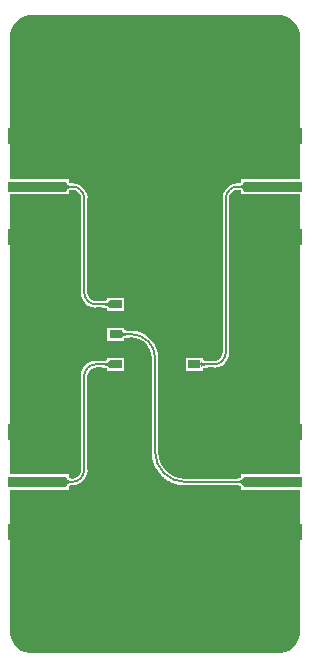
<source format=gtl>
G04*
G04 #@! TF.GenerationSoftware,Altium Limited,Altium Designer,25.6.2 (33)*
G04*
G04 Layer_Physical_Order=1*
G04 Layer_Color=255*
%FSLAX44Y44*%
%MOMM*%
G71*
G04*
G04 #@! TF.SameCoordinates,406FDB3A-8374-4AAD-B88D-9ED9193208D5*
G04*
G04*
G04 #@! TF.FilePolarity,Positive*
G04*
G01*
G75*
%ADD12R,5.0000X1.4000*%
%ADD13R,5.0000X0.9000*%
%ADD14R,1.0604X0.7120*%
%ADD19C,0.1441*%
%ADD20C,0.4500*%
G36*
X230000Y542451D02*
X231719D01*
X235090Y541781D01*
X238266Y540465D01*
X241124Y538555D01*
X243555Y536124D01*
X245465Y533266D01*
X246780Y530090D01*
X247451Y526719D01*
X247451Y525000D01*
Y404000D01*
X200188D01*
X200174Y404004D01*
X200145Y404000D01*
X200074D01*
X200030Y404009D01*
X199987Y404000D01*
X198000D01*
Y402127D01*
X197996Y402113D01*
X197958Y401566D01*
X197889Y401277D01*
X197802Y401082D01*
X197696Y400935D01*
X197544Y400797D01*
X197303Y400650D01*
X196937Y400503D01*
X196431Y400377D01*
X196260Y400355D01*
X195000Y400330D01*
Y400330D01*
X191679Y399893D01*
X188585Y398611D01*
X185928Y396572D01*
X183889Y393915D01*
X182607Y390821D01*
X182170Y387500D01*
X182226D01*
Y257100D01*
X182214D01*
X181968Y255233D01*
X181248Y253493D01*
X180101Y251999D01*
X178607Y250852D01*
X176867Y250131D01*
X175000Y249886D01*
Y249874D01*
X170052D01*
X169440Y249886D01*
X168326Y249963D01*
X167385Y250085D01*
X166628Y250244D01*
X166067Y250423D01*
X165711Y250592D01*
X165562Y250701D01*
X165544Y250831D01*
Y252660D01*
X163557D01*
X163514Y252669D01*
X163470Y252660D01*
X150940D01*
Y241540D01*
X163470D01*
X163514Y241531D01*
X163557Y241540D01*
X165544D01*
Y243369D01*
X165562Y243499D01*
X165711Y243608D01*
X166067Y243777D01*
X166628Y243956D01*
X167353Y244108D01*
X169469Y244314D01*
X170052Y244326D01*
X175000D01*
X175000Y244326D01*
Y244270D01*
X178321Y244707D01*
X181415Y245989D01*
X184072Y248028D01*
X186111Y250685D01*
X187393Y253779D01*
X187830Y257100D01*
X187774D01*
X187774Y257100D01*
Y387500D01*
X187786D01*
X188032Y389367D01*
X188752Y391107D01*
X189899Y392601D01*
X191393Y393748D01*
X193133Y394468D01*
X195000Y394714D01*
X195000Y394714D01*
X196242Y394648D01*
X196431Y394623D01*
X196937Y394497D01*
X197303Y394350D01*
X197544Y394203D01*
X197696Y394065D01*
X197802Y393918D01*
X197889Y393723D01*
X197958Y393434D01*
X197996Y392887D01*
X198000Y392873D01*
Y391000D01*
X199987D01*
X200030Y390991D01*
X200074Y391000D01*
X200145D01*
X200174Y390996D01*
X200187Y391000D01*
X247451D01*
X247451Y154000D01*
X200074D01*
X200030Y154009D01*
X199987Y154000D01*
X198000D01*
Y152159D01*
X197953Y151693D01*
X197891Y151510D01*
X197794Y151358D01*
X197609Y151180D01*
X197276Y150968D01*
X196760Y150748D01*
X196050Y150549D01*
X195152Y150394D01*
X194074Y150295D01*
X193313Y150274D01*
X150400D01*
X150281Y150250D01*
X145979Y150674D01*
X141728Y151963D01*
X137810Y154058D01*
X134376Y156876D01*
X131558Y160310D01*
X129463Y164228D01*
X128174Y168479D01*
X127750Y172781D01*
X127774Y172900D01*
Y251472D01*
X127809Y252723D01*
X127809Y252723D01*
X127809Y252723D01*
X127393Y256950D01*
X126093Y261234D01*
X123983Y265182D01*
X121143Y268642D01*
X117683Y271482D01*
X113735Y273592D01*
X109451Y274892D01*
X104996Y275330D01*
Y275274D01*
X104996Y275274D01*
X103568D01*
X102956Y275286D01*
X101842Y275363D01*
X100901Y275485D01*
X100144Y275644D01*
X99583Y275823D01*
X99227Y275993D01*
X99078Y276101D01*
X99060Y276231D01*
Y278060D01*
X97073D01*
X97029Y278069D01*
X96986Y278060D01*
X84456D01*
Y266940D01*
X96986D01*
X97029Y266931D01*
X97073Y266940D01*
X99060D01*
Y268769D01*
X99078Y268899D01*
X99228Y269007D01*
X99583Y269177D01*
X100144Y269356D01*
X100869Y269508D01*
X102985Y269714D01*
X103568Y269726D01*
X104996D01*
X105027Y269732D01*
X108359Y269404D01*
X111594Y268423D01*
X114574Y266830D01*
X117187Y264686D01*
X119331Y262073D01*
X120924Y259093D01*
X121905Y255858D01*
X122220Y252667D01*
X122220Y252667D01*
X122220D01*
X122226Y252660D01*
Y172900D01*
X122193D01*
X122540Y168487D01*
X123573Y164183D01*
X125267Y160094D01*
X127580Y156320D01*
X130454Y152954D01*
X133820Y150080D01*
X137594Y147767D01*
X141683Y146073D01*
X145987Y145040D01*
X150400Y144693D01*
Y144726D01*
X193313D01*
X194074Y144705D01*
X195152Y144606D01*
X196050Y144451D01*
X196760Y144252D01*
X197276Y144032D01*
X197609Y143820D01*
X197794Y143642D01*
X197891Y143490D01*
X197953Y143307D01*
X198000Y142841D01*
Y141000D01*
X199987D01*
X200030Y140991D01*
X200074Y141000D01*
X247451D01*
Y20000D01*
Y18281D01*
X246780Y14910D01*
X245465Y11734D01*
X243555Y8875D01*
X241124Y6445D01*
X238266Y4535D01*
X235090Y3219D01*
X231719Y2549D01*
X230000Y2549D01*
X20000Y2549D01*
X18281D01*
X14910Y3219D01*
X11734Y4535D01*
X8875Y6445D01*
X6445Y8875D01*
X4535Y11734D01*
X3219Y14910D01*
X2549Y18281D01*
X2549Y20000D01*
X2549Y141000D01*
X49812D01*
X49826Y140996D01*
X49855Y141000D01*
X49926D01*
X49970Y140991D01*
X50013Y141000D01*
X52000D01*
Y142873D01*
X52004Y142887D01*
X52042Y143434D01*
X52111Y143723D01*
X52198Y143918D01*
X52304Y144065D01*
X52456Y144203D01*
X52697Y144350D01*
X53063Y144497D01*
X53569Y144623D01*
X53740Y144645D01*
X55000Y144670D01*
Y144670D01*
X58321Y145107D01*
X61415Y146389D01*
X64072Y148428D01*
X66111Y151085D01*
X67393Y154179D01*
X67830Y157500D01*
X67774D01*
Y237100D01*
X67786D01*
X68032Y238967D01*
X68752Y240707D01*
X69899Y242201D01*
X71393Y243348D01*
X73133Y244069D01*
X75000Y244314D01*
Y244326D01*
X79948D01*
X80560Y244314D01*
X81674Y244237D01*
X82615Y244115D01*
X83372Y243956D01*
X83933Y243777D01*
X84289Y243608D01*
X84438Y243499D01*
X84456Y243369D01*
Y241540D01*
X86443D01*
X86487Y241531D01*
X86530Y241540D01*
X99060D01*
Y252660D01*
X86530D01*
X86487Y252669D01*
X86443Y252660D01*
X84456D01*
Y250831D01*
X84438Y250701D01*
X84289Y250592D01*
X83933Y250423D01*
X83372Y250244D01*
X82647Y250092D01*
X80531Y249886D01*
X79948Y249874D01*
X75000D01*
X75000Y249874D01*
Y249930D01*
X71679Y249493D01*
X68585Y248211D01*
X65928Y246172D01*
X63889Y243515D01*
X62607Y240421D01*
X62170Y237100D01*
X62226D01*
X62226Y237100D01*
Y157500D01*
X62214D01*
X61968Y155633D01*
X61248Y153893D01*
X60101Y152399D01*
X58607Y151252D01*
X56867Y150532D01*
X55000Y150286D01*
X55000Y150286D01*
X53758Y150352D01*
X53569Y150377D01*
X53063Y150503D01*
X52697Y150650D01*
X52456Y150797D01*
X52304Y150935D01*
X52198Y151082D01*
X52111Y151277D01*
X52042Y151566D01*
X52004Y152113D01*
X52000Y152127D01*
Y154000D01*
X50013D01*
X49970Y154009D01*
X49926Y154000D01*
X49855D01*
X49826Y154004D01*
X49812Y154000D01*
X2549D01*
X2549Y391000D01*
X49812D01*
X49826Y390996D01*
X49855Y391000D01*
X49926D01*
X49970Y390991D01*
X50013Y391000D01*
X52000D01*
Y392873D01*
X52004Y392887D01*
X52042Y393434D01*
X52111Y393723D01*
X52198Y393918D01*
X52304Y394065D01*
X52456Y394203D01*
X52697Y394350D01*
X53063Y394497D01*
X53569Y394623D01*
X53758Y394648D01*
X55000Y394714D01*
X55000Y394714D01*
X55000Y394714D01*
X56867Y394468D01*
X58607Y393748D01*
X60101Y392601D01*
X61248Y391107D01*
X61968Y389367D01*
X62214Y387500D01*
X62226D01*
Y307900D01*
X62226Y307900D01*
X62170D01*
X62607Y304579D01*
X63889Y301485D01*
X65928Y298828D01*
X68585Y296789D01*
X71679Y295507D01*
X75000Y295070D01*
Y295126D01*
X75000Y295126D01*
X79948D01*
X80560Y295114D01*
X81674Y295037D01*
X82615Y294915D01*
X83372Y294756D01*
X83933Y294577D01*
X84289Y294408D01*
X84438Y294299D01*
X84456Y294169D01*
Y292340D01*
X86443D01*
X86487Y292331D01*
X86530Y292340D01*
X99060D01*
Y303460D01*
X86530D01*
X86487Y303469D01*
X86443Y303460D01*
X84456D01*
Y301631D01*
X84438Y301501D01*
X84289Y301392D01*
X83933Y301223D01*
X83372Y301044D01*
X82647Y300892D01*
X80531Y300686D01*
X79948Y300674D01*
X75000D01*
Y300686D01*
X73133Y300932D01*
X71393Y301652D01*
X69899Y302799D01*
X68752Y304293D01*
X68032Y306033D01*
X67786Y307900D01*
X67774D01*
Y387500D01*
X67830D01*
X67393Y390821D01*
X66111Y393915D01*
X64072Y396572D01*
X61415Y398611D01*
X58321Y399893D01*
X55000Y400330D01*
X55000Y400330D01*
X53740Y400355D01*
X53569Y400377D01*
X53063Y400503D01*
X52697Y400650D01*
X52456Y400797D01*
X52304Y400936D01*
X52198Y401082D01*
X52111Y401277D01*
X52042Y401566D01*
X52004Y402113D01*
X52000Y402127D01*
Y404000D01*
X50013D01*
X49970Y404009D01*
X49926Y404000D01*
X49855D01*
X49826Y404004D01*
X49812Y404000D01*
X2549D01*
X2549Y525000D01*
Y526719D01*
X3220Y530090D01*
X4535Y533266D01*
X6445Y536124D01*
X8875Y538555D01*
X11734Y540465D01*
X14910Y541781D01*
X18281Y542451D01*
X20000Y542451D01*
X230000Y542451D01*
D02*
G37*
G36*
X200030Y393031D02*
X199980Y393743D01*
X199829Y394380D01*
X199578Y394943D01*
X199226Y395430D01*
X198773Y395842D01*
X198220Y396180D01*
X197565Y396442D01*
X196811Y396630D01*
X195956Y396742D01*
X195000Y396780D01*
Y398220D01*
X195956Y398258D01*
X196811Y398370D01*
X197565Y398558D01*
X198220Y398820D01*
X198773Y399158D01*
X199226Y399570D01*
X199578Y400057D01*
X199829Y400620D01*
X199980Y401257D01*
X200030Y401969D01*
Y393031D01*
D02*
G37*
G36*
X50020Y401257D02*
X50171Y400620D01*
X50422Y400057D01*
X50774Y399570D01*
X51227Y399158D01*
X51781Y398820D01*
X52435Y398558D01*
X53189Y398370D01*
X54044Y398258D01*
X55000Y398220D01*
Y396780D01*
X54044Y396742D01*
X53189Y396630D01*
X52435Y396442D01*
X51781Y396180D01*
X51227Y395842D01*
X50774Y395430D01*
X50422Y394943D01*
X50171Y394380D01*
X50020Y393743D01*
X49970Y393031D01*
Y401969D01*
X50020Y401257D01*
D02*
G37*
G36*
X86487Y294370D02*
X86414Y294904D01*
X86198Y295382D01*
X85838Y295803D01*
X85334Y296168D01*
X84685Y296477D01*
X83893Y296730D01*
X82956Y296927D01*
X81876Y297067D01*
X80651Y297152D01*
X79282Y297180D01*
Y298620D01*
X80651Y298649D01*
X82956Y298873D01*
X83893Y299070D01*
X84685Y299323D01*
X85334Y299632D01*
X85838Y299997D01*
X86198Y300418D01*
X86414Y300896D01*
X86487Y301430D01*
Y294370D01*
D02*
G37*
G36*
X97102Y275496D02*
X97318Y275018D01*
X97678Y274597D01*
X98182Y274232D01*
X98831Y273923D01*
X99623Y273670D01*
X100560Y273473D01*
X101640Y273333D01*
X102865Y273249D01*
X104234Y273220D01*
Y271779D01*
X102865Y271751D01*
X100560Y271527D01*
X99623Y271330D01*
X98831Y271077D01*
X98182Y270768D01*
X97678Y270403D01*
X97318Y269982D01*
X97102Y269504D01*
X97029Y268971D01*
Y276029D01*
X97102Y275496D01*
D02*
G37*
G36*
X163586Y250096D02*
X163802Y249618D01*
X164162Y249197D01*
X164666Y248832D01*
X165315Y248523D01*
X166107Y248270D01*
X167044Y248073D01*
X168124Y247933D01*
X169349Y247848D01*
X170718Y247820D01*
Y246380D01*
X169349Y246352D01*
X167044Y246127D01*
X166107Y245930D01*
X165315Y245677D01*
X164666Y245368D01*
X164162Y245003D01*
X163802Y244582D01*
X163586Y244104D01*
X163514Y243570D01*
Y250630D01*
X163586Y250096D01*
D02*
G37*
G36*
X86487Y243570D02*
X86414Y244104D01*
X86198Y244582D01*
X85838Y245003D01*
X85334Y245368D01*
X84685Y245677D01*
X83893Y245930D01*
X82956Y246127D01*
X81876Y246267D01*
X80651Y246352D01*
X79282Y246380D01*
Y247820D01*
X80651Y247848D01*
X82956Y248073D01*
X83893Y248270D01*
X84685Y248523D01*
X85334Y248832D01*
X85838Y249197D01*
X86198Y249618D01*
X86414Y250096D01*
X86487Y250630D01*
Y243570D01*
D02*
G37*
G36*
X200030Y143031D02*
X199958Y143743D01*
X199742Y144380D01*
X199382Y144943D01*
X198878Y145430D01*
X198229Y145842D01*
X197437Y146180D01*
X196500Y146442D01*
X195420Y146630D01*
X194195Y146742D01*
X192826Y146780D01*
Y148221D01*
X194195Y148258D01*
X195420Y148370D01*
X196500Y148558D01*
X197437Y148820D01*
X198229Y149158D01*
X198878Y149570D01*
X199382Y150057D01*
X199742Y150620D01*
X199958Y151257D01*
X200030Y151969D01*
Y143031D01*
D02*
G37*
G36*
X50020Y151257D02*
X50171Y150620D01*
X50422Y150057D01*
X50774Y149570D01*
X51227Y149158D01*
X51781Y148820D01*
X52435Y148558D01*
X53189Y148370D01*
X54044Y148258D01*
X55000Y148221D01*
Y146780D01*
X54044Y146742D01*
X53189Y146630D01*
X52435Y146442D01*
X51781Y146180D01*
X51227Y145842D01*
X50774Y145430D01*
X50422Y144943D01*
X50171Y144380D01*
X50020Y143743D01*
X49970Y143031D01*
Y151969D01*
X50020Y151257D01*
D02*
G37*
D12*
X25000Y355000D02*
D03*
Y440000D02*
D03*
Y105000D02*
D03*
Y190000D02*
D03*
X225000D02*
D03*
Y105000D02*
D03*
Y440000D02*
D03*
Y355000D02*
D03*
D13*
X25000Y397500D02*
D03*
Y147500D02*
D03*
X225000D02*
D03*
Y397500D02*
D03*
D14*
X158242Y247100D02*
D03*
Y272500D02*
D03*
Y297900D02*
D03*
X91758D02*
D03*
Y272500D02*
D03*
Y247100D02*
D03*
D19*
X195000Y397500D02*
G03*
X185000Y387500I0J-10000D01*
G01*
X175000Y247100D02*
G03*
X185000Y257100I0J10000D01*
G01*
X65000Y387500D02*
G03*
X55000Y397500I-10000J0D01*
G01*
Y147500D02*
G03*
X65000Y157500I0J10000D01*
G01*
X125000Y172900D02*
G03*
X150400Y147500I25400J0D01*
G01*
X125000Y252695D02*
G03*
X104996Y272500I-20004J-200D01*
G01*
X65000Y307900D02*
G03*
X75000Y297900I10000J0D01*
G01*
Y247100D02*
G03*
X65000Y237100I0J-10000D01*
G01*
X195000Y397500D02*
X225000D01*
X185000Y257100D02*
Y387500D01*
X158242Y247100D02*
X175000D01*
X65000Y307900D02*
Y387500D01*
X25000Y397500D02*
X55000D01*
X25000Y147500D02*
X55000D01*
X125000Y172900D02*
Y252695D01*
X150400Y147500D02*
X225000D01*
X89258Y272500D02*
X104996D01*
X75000Y297900D02*
X91758D01*
X65000Y157500D02*
Y237100D01*
X75000Y247100D02*
X91758D01*
D20*
X59251Y389832D02*
D03*
X59887Y383866D02*
D03*
Y377866D02*
D03*
Y371866D02*
D03*
Y365866D02*
D03*
Y359866D02*
D03*
Y353866D02*
D03*
Y347866D02*
D03*
Y341866D02*
D03*
Y335866D02*
D03*
Y329866D02*
D03*
Y323866D02*
D03*
Y317866D02*
D03*
Y311866D02*
D03*
X60084Y305869D02*
D03*
X62031Y300194D02*
D03*
X66082Y295768D02*
D03*
X71507Y293203D02*
D03*
X77492Y292787D02*
D03*
X78994Y303013D02*
D03*
X73014Y303506D02*
D03*
X70113Y308758D02*
D03*
Y314758D02*
D03*
Y320758D02*
D03*
Y326758D02*
D03*
Y332758D02*
D03*
Y338758D02*
D03*
Y344758D02*
D03*
Y350758D02*
D03*
Y356758D02*
D03*
Y362758D02*
D03*
Y368758D02*
D03*
Y374758D02*
D03*
Y380758D02*
D03*
Y386758D02*
D03*
X69148Y392680D02*
D03*
X66047Y397816D02*
D03*
X61130Y401255D02*
D03*
X55280Y402590D02*
D03*
X187798Y400776D02*
D03*
X183228Y396887D02*
D03*
X180473Y391557D02*
D03*
X179887Y385586D02*
D03*
Y379586D02*
D03*
Y373586D02*
D03*
Y367586D02*
D03*
Y361586D02*
D03*
Y355586D02*
D03*
Y349586D02*
D03*
Y343586D02*
D03*
Y337586D02*
D03*
Y331586D02*
D03*
Y325586D02*
D03*
Y319586D02*
D03*
Y313586D02*
D03*
Y307586D02*
D03*
Y301586D02*
D03*
Y295586D02*
D03*
Y289586D02*
D03*
Y283586D02*
D03*
Y277586D02*
D03*
Y271586D02*
D03*
Y265586D02*
D03*
Y259586D02*
D03*
X178503Y253748D02*
D03*
X172702Y252213D02*
D03*
X170839Y241987D02*
D03*
X176836Y242158D02*
D03*
X182532Y244045D02*
D03*
X187016Y248031D02*
D03*
X189636Y253429D02*
D03*
X190113Y259410D02*
D03*
Y265410D02*
D03*
Y271410D02*
D03*
Y277410D02*
D03*
Y283410D02*
D03*
Y289410D02*
D03*
Y295410D02*
D03*
Y301410D02*
D03*
Y307410D02*
D03*
Y313410D02*
D03*
Y319410D02*
D03*
Y325410D02*
D03*
Y331410D02*
D03*
Y337410D02*
D03*
Y343410D02*
D03*
Y349410D02*
D03*
Y355410D02*
D03*
Y361410D02*
D03*
Y367410D02*
D03*
Y373410D02*
D03*
Y379410D02*
D03*
Y385410D02*
D03*
X191845Y391154D02*
D03*
X195167Y402613D02*
D03*
X102091Y267387D02*
D03*
X108082Y267050D02*
D03*
X113573Y264633D02*
D03*
X117663Y260243D02*
D03*
X119685Y254594D02*
D03*
X119887Y248598D02*
D03*
Y242598D02*
D03*
Y236598D02*
D03*
Y230598D02*
D03*
Y224598D02*
D03*
Y218598D02*
D03*
Y212598D02*
D03*
Y206598D02*
D03*
Y200598D02*
D03*
Y194598D02*
D03*
Y188598D02*
D03*
Y182598D02*
D03*
Y176598D02*
D03*
X120026Y170599D02*
D03*
X121066Y164690D02*
D03*
X123245Y159100D02*
D03*
X126478Y154045D02*
D03*
X130638Y149722D02*
D03*
X135565Y146298D02*
D03*
X141068Y143907D02*
D03*
X146933Y142640D02*
D03*
X152928Y142387D02*
D03*
X158928D02*
D03*
X164928D02*
D03*
X170928D02*
D03*
X176928D02*
D03*
X182928D02*
D03*
X188928D02*
D03*
X194928D02*
D03*
X191992Y152613D02*
D03*
X185992D02*
D03*
X179992D02*
D03*
X173992D02*
D03*
X167992D02*
D03*
X161992D02*
D03*
X155992D02*
D03*
X149992Y152623D02*
D03*
X144087Y153686D02*
D03*
X138706Y156341D02*
D03*
X134402Y160521D02*
D03*
X131443Y165741D02*
D03*
X130210Y171612D02*
D03*
X130113Y177612D02*
D03*
Y183612D02*
D03*
Y189612D02*
D03*
Y195612D02*
D03*
Y201612D02*
D03*
Y207612D02*
D03*
Y213612D02*
D03*
Y219612D02*
D03*
Y225612D02*
D03*
Y231612D02*
D03*
Y237612D02*
D03*
Y243612D02*
D03*
Y249612D02*
D03*
X129869Y255607D02*
D03*
X128469Y261441D02*
D03*
X125691Y266759D02*
D03*
X121679Y271221D02*
D03*
X116742Y274630D02*
D03*
X111153Y276813D02*
D03*
X105207Y277612D02*
D03*
X67472Y250158D02*
D03*
X62987Y246173D02*
D03*
X60365Y240776D02*
D03*
X59887Y234795D02*
D03*
Y228795D02*
D03*
Y222795D02*
D03*
Y216795D02*
D03*
Y210795D02*
D03*
Y204795D02*
D03*
Y198795D02*
D03*
Y192795D02*
D03*
Y186795D02*
D03*
Y180795D02*
D03*
Y174795D02*
D03*
Y168796D02*
D03*
Y162796D02*
D03*
X59768Y156797D02*
D03*
X55393Y152691D02*
D03*
X57683Y142670D02*
D03*
X63266Y144868D02*
D03*
X67525Y149094D02*
D03*
X69808Y154643D02*
D03*
X70113Y160636D02*
D03*
Y166635D02*
D03*
Y172635D02*
D03*
Y178636D02*
D03*
Y184635D02*
D03*
Y190635D02*
D03*
Y196635D02*
D03*
Y202635D02*
D03*
Y208635D02*
D03*
Y214635D02*
D03*
Y220635D02*
D03*
Y226635D02*
D03*
Y232635D02*
D03*
X70416Y238628D02*
D03*
X75388Y241987D02*
D03*
X81388D02*
D03*
X81167Y252213D02*
D03*
X75167D02*
D03*
X17250Y533249D02*
D03*
X29250D02*
D03*
X53250D02*
D03*
X41250D02*
D03*
X77250D02*
D03*
X65250D02*
D03*
X101250D02*
D03*
X89250D02*
D03*
X125250D02*
D03*
X113250D02*
D03*
X149250D02*
D03*
X137250D02*
D03*
X173250D02*
D03*
X161250D02*
D03*
X197250D02*
D03*
X185250D02*
D03*
X221250D02*
D03*
X209250D02*
D03*
X233249D02*
D03*
Y17250D02*
D03*
Y29250D02*
D03*
Y53250D02*
D03*
Y41250D02*
D03*
Y89250D02*
D03*
Y101250D02*
D03*
Y77250D02*
D03*
Y65250D02*
D03*
Y161250D02*
D03*
Y173250D02*
D03*
Y197250D02*
D03*
Y185250D02*
D03*
Y137250D02*
D03*
Y125250D02*
D03*
Y113250D02*
D03*
Y305249D02*
D03*
Y317249D02*
D03*
Y341249D02*
D03*
Y329249D02*
D03*
Y377249D02*
D03*
Y365249D02*
D03*
Y353249D02*
D03*
Y257250D02*
D03*
Y269249D02*
D03*
Y293249D02*
D03*
Y281250D02*
D03*
Y233249D02*
D03*
Y245250D02*
D03*
Y221250D02*
D03*
Y209250D02*
D03*
Y461249D02*
D03*
Y473249D02*
D03*
Y497249D02*
D03*
Y485249D02*
D03*
Y437249D02*
D03*
Y449249D02*
D03*
Y425249D02*
D03*
Y413249D02*
D03*
Y509249D02*
D03*
Y521249D02*
D03*
X209250Y17250D02*
D03*
Y29250D02*
D03*
Y53250D02*
D03*
Y41250D02*
D03*
Y89250D02*
D03*
Y101250D02*
D03*
Y77250D02*
D03*
Y65250D02*
D03*
Y161250D02*
D03*
Y173250D02*
D03*
Y197250D02*
D03*
Y185250D02*
D03*
Y137250D02*
D03*
Y125250D02*
D03*
Y113250D02*
D03*
Y305249D02*
D03*
Y317249D02*
D03*
Y341249D02*
D03*
Y329249D02*
D03*
Y377249D02*
D03*
Y365249D02*
D03*
Y353249D02*
D03*
Y257250D02*
D03*
Y269249D02*
D03*
Y293249D02*
D03*
Y281250D02*
D03*
Y233249D02*
D03*
Y245250D02*
D03*
Y221250D02*
D03*
Y209250D02*
D03*
Y461249D02*
D03*
Y473249D02*
D03*
Y497249D02*
D03*
Y485249D02*
D03*
Y437249D02*
D03*
Y449249D02*
D03*
Y425249D02*
D03*
Y413249D02*
D03*
Y509249D02*
D03*
Y521249D02*
D03*
X221250D02*
D03*
Y509249D02*
D03*
Y413249D02*
D03*
Y425249D02*
D03*
Y449249D02*
D03*
Y437249D02*
D03*
Y485249D02*
D03*
Y497249D02*
D03*
Y473249D02*
D03*
Y461249D02*
D03*
Y209250D02*
D03*
Y221250D02*
D03*
Y245250D02*
D03*
Y233249D02*
D03*
Y281250D02*
D03*
Y293249D02*
D03*
Y269249D02*
D03*
Y257250D02*
D03*
Y353249D02*
D03*
Y365249D02*
D03*
Y377249D02*
D03*
Y329249D02*
D03*
Y341249D02*
D03*
Y317249D02*
D03*
Y305249D02*
D03*
Y113250D02*
D03*
Y125250D02*
D03*
Y137250D02*
D03*
Y185250D02*
D03*
Y197250D02*
D03*
Y173250D02*
D03*
Y161250D02*
D03*
Y65250D02*
D03*
Y77250D02*
D03*
Y101250D02*
D03*
Y89250D02*
D03*
Y41250D02*
D03*
Y53250D02*
D03*
Y29250D02*
D03*
Y17250D02*
D03*
X185250D02*
D03*
Y29250D02*
D03*
Y53250D02*
D03*
Y41250D02*
D03*
Y89250D02*
D03*
Y101250D02*
D03*
Y77250D02*
D03*
Y65250D02*
D03*
Y161250D02*
D03*
Y173250D02*
D03*
Y197250D02*
D03*
Y185250D02*
D03*
Y137250D02*
D03*
Y125250D02*
D03*
Y113250D02*
D03*
Y233249D02*
D03*
Y221250D02*
D03*
Y209250D02*
D03*
Y461249D02*
D03*
Y473249D02*
D03*
Y497249D02*
D03*
Y485249D02*
D03*
Y437249D02*
D03*
Y449249D02*
D03*
Y425249D02*
D03*
Y413249D02*
D03*
Y509249D02*
D03*
Y521249D02*
D03*
X197250D02*
D03*
Y509249D02*
D03*
Y413249D02*
D03*
Y425249D02*
D03*
Y449249D02*
D03*
Y437249D02*
D03*
Y485249D02*
D03*
Y497249D02*
D03*
Y473249D02*
D03*
Y461249D02*
D03*
Y209250D02*
D03*
Y221250D02*
D03*
Y245250D02*
D03*
Y233249D02*
D03*
Y281250D02*
D03*
Y293249D02*
D03*
Y269249D02*
D03*
Y257250D02*
D03*
Y353249D02*
D03*
Y365249D02*
D03*
Y377249D02*
D03*
Y329249D02*
D03*
Y341249D02*
D03*
Y317249D02*
D03*
Y305249D02*
D03*
Y113250D02*
D03*
Y125250D02*
D03*
Y137250D02*
D03*
Y185250D02*
D03*
Y197250D02*
D03*
Y173250D02*
D03*
Y161250D02*
D03*
Y65250D02*
D03*
Y77250D02*
D03*
Y101250D02*
D03*
Y89250D02*
D03*
Y41250D02*
D03*
Y53250D02*
D03*
Y29250D02*
D03*
Y17250D02*
D03*
X161250D02*
D03*
Y29250D02*
D03*
Y53250D02*
D03*
Y41250D02*
D03*
Y89250D02*
D03*
Y101250D02*
D03*
Y77250D02*
D03*
Y65250D02*
D03*
Y161250D02*
D03*
Y173250D02*
D03*
Y197250D02*
D03*
Y185250D02*
D03*
Y137250D02*
D03*
Y125250D02*
D03*
Y113250D02*
D03*
Y305249D02*
D03*
Y317249D02*
D03*
Y341249D02*
D03*
Y329249D02*
D03*
Y377249D02*
D03*
Y389249D02*
D03*
Y365249D02*
D03*
Y353249D02*
D03*
Y257250D02*
D03*
Y269249D02*
D03*
Y293249D02*
D03*
Y281250D02*
D03*
Y233249D02*
D03*
Y221250D02*
D03*
Y209250D02*
D03*
Y401249D02*
D03*
Y461249D02*
D03*
Y473249D02*
D03*
Y497249D02*
D03*
Y485249D02*
D03*
Y437249D02*
D03*
Y449249D02*
D03*
Y425249D02*
D03*
Y413249D02*
D03*
Y509249D02*
D03*
Y521249D02*
D03*
X173250D02*
D03*
Y509249D02*
D03*
Y413249D02*
D03*
Y425249D02*
D03*
Y449249D02*
D03*
Y437249D02*
D03*
Y485249D02*
D03*
Y497249D02*
D03*
Y473249D02*
D03*
Y461249D02*
D03*
Y401249D02*
D03*
Y209250D02*
D03*
Y221250D02*
D03*
Y233249D02*
D03*
Y281250D02*
D03*
Y293249D02*
D03*
Y269249D02*
D03*
Y353249D02*
D03*
Y365249D02*
D03*
Y389249D02*
D03*
Y377249D02*
D03*
Y329249D02*
D03*
Y341249D02*
D03*
Y317249D02*
D03*
Y305249D02*
D03*
Y113250D02*
D03*
Y125250D02*
D03*
Y137250D02*
D03*
Y185250D02*
D03*
Y197250D02*
D03*
Y173250D02*
D03*
Y161250D02*
D03*
Y65250D02*
D03*
Y77250D02*
D03*
Y101250D02*
D03*
Y89250D02*
D03*
Y41250D02*
D03*
Y53250D02*
D03*
Y29250D02*
D03*
Y17250D02*
D03*
X137250D02*
D03*
Y29250D02*
D03*
Y53250D02*
D03*
Y41250D02*
D03*
Y89250D02*
D03*
Y101250D02*
D03*
Y77250D02*
D03*
Y65250D02*
D03*
Y173250D02*
D03*
Y197250D02*
D03*
Y185250D02*
D03*
Y137250D02*
D03*
Y125250D02*
D03*
Y113250D02*
D03*
Y305249D02*
D03*
Y317249D02*
D03*
Y341249D02*
D03*
Y329249D02*
D03*
Y377249D02*
D03*
Y389249D02*
D03*
Y365249D02*
D03*
Y353249D02*
D03*
Y257250D02*
D03*
Y269249D02*
D03*
Y293249D02*
D03*
Y281250D02*
D03*
Y233249D02*
D03*
Y245250D02*
D03*
Y221250D02*
D03*
Y209250D02*
D03*
Y401249D02*
D03*
Y461249D02*
D03*
Y473249D02*
D03*
Y497249D02*
D03*
Y485249D02*
D03*
Y437249D02*
D03*
Y449249D02*
D03*
Y425249D02*
D03*
Y413249D02*
D03*
Y509249D02*
D03*
Y521249D02*
D03*
X149250D02*
D03*
Y509249D02*
D03*
Y413249D02*
D03*
Y425249D02*
D03*
Y449249D02*
D03*
Y437249D02*
D03*
Y485249D02*
D03*
Y497249D02*
D03*
Y473249D02*
D03*
Y461249D02*
D03*
Y401249D02*
D03*
Y209250D02*
D03*
Y221250D02*
D03*
Y233249D02*
D03*
Y281250D02*
D03*
Y293249D02*
D03*
Y269249D02*
D03*
Y257250D02*
D03*
Y353249D02*
D03*
Y365249D02*
D03*
Y389249D02*
D03*
Y377249D02*
D03*
Y329249D02*
D03*
Y341249D02*
D03*
Y317249D02*
D03*
Y305249D02*
D03*
Y113250D02*
D03*
Y125250D02*
D03*
Y137250D02*
D03*
Y185250D02*
D03*
Y197250D02*
D03*
Y173250D02*
D03*
Y161250D02*
D03*
Y65250D02*
D03*
Y77250D02*
D03*
Y101250D02*
D03*
Y89250D02*
D03*
Y41250D02*
D03*
Y53250D02*
D03*
Y29250D02*
D03*
Y17250D02*
D03*
X113250D02*
D03*
Y29250D02*
D03*
Y53250D02*
D03*
Y41250D02*
D03*
Y89250D02*
D03*
Y101250D02*
D03*
Y77250D02*
D03*
Y65250D02*
D03*
Y161250D02*
D03*
Y173250D02*
D03*
Y197250D02*
D03*
Y185250D02*
D03*
Y137250D02*
D03*
Y149250D02*
D03*
Y125250D02*
D03*
Y113250D02*
D03*
Y305249D02*
D03*
Y317249D02*
D03*
Y341249D02*
D03*
Y329249D02*
D03*
Y377249D02*
D03*
Y389249D02*
D03*
Y365249D02*
D03*
Y353249D02*
D03*
Y293249D02*
D03*
Y233249D02*
D03*
Y245250D02*
D03*
Y221250D02*
D03*
Y209250D02*
D03*
Y401249D02*
D03*
Y461249D02*
D03*
Y473249D02*
D03*
Y497249D02*
D03*
Y485249D02*
D03*
Y437249D02*
D03*
Y449249D02*
D03*
Y425249D02*
D03*
Y413249D02*
D03*
Y509249D02*
D03*
Y521249D02*
D03*
X125250D02*
D03*
Y509249D02*
D03*
Y413249D02*
D03*
Y425249D02*
D03*
Y449249D02*
D03*
Y437249D02*
D03*
Y485249D02*
D03*
Y497249D02*
D03*
Y473249D02*
D03*
Y461249D02*
D03*
Y401249D02*
D03*
Y281250D02*
D03*
Y293249D02*
D03*
Y353249D02*
D03*
Y365249D02*
D03*
Y389249D02*
D03*
Y377249D02*
D03*
Y329249D02*
D03*
Y341249D02*
D03*
Y317249D02*
D03*
Y305249D02*
D03*
Y113250D02*
D03*
Y125250D02*
D03*
Y137250D02*
D03*
Y65250D02*
D03*
Y77250D02*
D03*
Y101250D02*
D03*
Y89250D02*
D03*
Y41250D02*
D03*
Y53250D02*
D03*
Y29250D02*
D03*
Y17250D02*
D03*
X89250D02*
D03*
Y29250D02*
D03*
Y53250D02*
D03*
Y41250D02*
D03*
Y89250D02*
D03*
Y101250D02*
D03*
Y77250D02*
D03*
Y65250D02*
D03*
Y161250D02*
D03*
Y173250D02*
D03*
Y197250D02*
D03*
Y185250D02*
D03*
Y137250D02*
D03*
Y149250D02*
D03*
Y125250D02*
D03*
Y113250D02*
D03*
Y317249D02*
D03*
Y341249D02*
D03*
Y329249D02*
D03*
Y377249D02*
D03*
Y389249D02*
D03*
Y365249D02*
D03*
Y353249D02*
D03*
Y257250D02*
D03*
Y281250D02*
D03*
Y233249D02*
D03*
Y221250D02*
D03*
Y209250D02*
D03*
Y401249D02*
D03*
Y461249D02*
D03*
Y473249D02*
D03*
Y497249D02*
D03*
Y485249D02*
D03*
Y437249D02*
D03*
Y449249D02*
D03*
Y425249D02*
D03*
Y413249D02*
D03*
Y509249D02*
D03*
Y521249D02*
D03*
X101250D02*
D03*
Y509249D02*
D03*
Y413249D02*
D03*
Y425249D02*
D03*
Y449249D02*
D03*
Y437249D02*
D03*
Y485249D02*
D03*
Y497249D02*
D03*
Y473249D02*
D03*
Y461249D02*
D03*
Y401249D02*
D03*
Y209250D02*
D03*
Y221250D02*
D03*
Y233249D02*
D03*
Y293249D02*
D03*
Y257250D02*
D03*
Y353249D02*
D03*
Y365249D02*
D03*
Y389249D02*
D03*
Y377249D02*
D03*
Y329249D02*
D03*
Y341249D02*
D03*
Y317249D02*
D03*
Y305249D02*
D03*
Y113250D02*
D03*
Y125250D02*
D03*
Y149250D02*
D03*
Y137250D02*
D03*
Y185250D02*
D03*
Y197250D02*
D03*
Y173250D02*
D03*
Y161250D02*
D03*
Y65250D02*
D03*
Y77250D02*
D03*
Y101250D02*
D03*
Y89250D02*
D03*
Y41250D02*
D03*
Y53250D02*
D03*
Y29250D02*
D03*
Y17250D02*
D03*
X65250D02*
D03*
Y29250D02*
D03*
Y53250D02*
D03*
Y41250D02*
D03*
Y89250D02*
D03*
Y101250D02*
D03*
Y77250D02*
D03*
Y65250D02*
D03*
Y137250D02*
D03*
Y125250D02*
D03*
Y113250D02*
D03*
Y257250D02*
D03*
Y269249D02*
D03*
Y281250D02*
D03*
Y461249D02*
D03*
Y473249D02*
D03*
Y497249D02*
D03*
Y485249D02*
D03*
Y437249D02*
D03*
Y449249D02*
D03*
Y425249D02*
D03*
Y413249D02*
D03*
Y509249D02*
D03*
Y521249D02*
D03*
X77250D02*
D03*
Y509249D02*
D03*
Y413249D02*
D03*
Y425249D02*
D03*
Y449249D02*
D03*
Y437249D02*
D03*
Y485249D02*
D03*
Y497249D02*
D03*
Y473249D02*
D03*
Y461249D02*
D03*
Y401249D02*
D03*
Y209250D02*
D03*
Y221250D02*
D03*
Y233249D02*
D03*
Y281250D02*
D03*
Y269249D02*
D03*
Y353249D02*
D03*
Y365249D02*
D03*
Y389249D02*
D03*
Y377249D02*
D03*
Y329249D02*
D03*
Y341249D02*
D03*
Y317249D02*
D03*
Y113250D02*
D03*
Y125250D02*
D03*
Y149250D02*
D03*
Y137250D02*
D03*
Y185250D02*
D03*
Y197250D02*
D03*
Y173250D02*
D03*
Y161250D02*
D03*
Y65250D02*
D03*
Y77250D02*
D03*
Y101250D02*
D03*
Y89250D02*
D03*
Y41250D02*
D03*
Y53250D02*
D03*
Y29250D02*
D03*
Y17250D02*
D03*
X41250D02*
D03*
Y29250D02*
D03*
Y53250D02*
D03*
Y41250D02*
D03*
Y89250D02*
D03*
Y101250D02*
D03*
Y77250D02*
D03*
Y65250D02*
D03*
Y161250D02*
D03*
Y173250D02*
D03*
Y197250D02*
D03*
Y185250D02*
D03*
Y137250D02*
D03*
Y125250D02*
D03*
Y113250D02*
D03*
Y305249D02*
D03*
Y317249D02*
D03*
Y341249D02*
D03*
Y329249D02*
D03*
Y377249D02*
D03*
Y365249D02*
D03*
Y353249D02*
D03*
Y257250D02*
D03*
Y269249D02*
D03*
Y293249D02*
D03*
Y281250D02*
D03*
Y233249D02*
D03*
Y245250D02*
D03*
Y221250D02*
D03*
Y209250D02*
D03*
Y461249D02*
D03*
Y473249D02*
D03*
Y497249D02*
D03*
Y485249D02*
D03*
Y437249D02*
D03*
Y449249D02*
D03*
Y425249D02*
D03*
Y413249D02*
D03*
Y509249D02*
D03*
Y521249D02*
D03*
X53250D02*
D03*
Y509249D02*
D03*
Y413249D02*
D03*
Y425249D02*
D03*
Y449249D02*
D03*
Y437249D02*
D03*
Y485249D02*
D03*
Y497249D02*
D03*
Y473249D02*
D03*
Y461249D02*
D03*
Y209250D02*
D03*
Y221250D02*
D03*
Y245250D02*
D03*
Y233249D02*
D03*
Y281250D02*
D03*
Y293249D02*
D03*
Y269249D02*
D03*
Y257250D02*
D03*
Y353249D02*
D03*
Y365249D02*
D03*
Y377249D02*
D03*
Y329249D02*
D03*
Y341249D02*
D03*
Y317249D02*
D03*
Y305249D02*
D03*
Y113250D02*
D03*
Y125250D02*
D03*
Y137250D02*
D03*
Y185250D02*
D03*
Y197250D02*
D03*
Y173250D02*
D03*
Y161250D02*
D03*
Y65250D02*
D03*
Y77250D02*
D03*
Y101250D02*
D03*
Y89250D02*
D03*
Y41250D02*
D03*
Y53250D02*
D03*
Y29250D02*
D03*
Y17250D02*
D03*
X29250D02*
D03*
Y29250D02*
D03*
Y53250D02*
D03*
Y41250D02*
D03*
Y89250D02*
D03*
Y101250D02*
D03*
Y77250D02*
D03*
Y65250D02*
D03*
Y161250D02*
D03*
Y173250D02*
D03*
Y197250D02*
D03*
Y185250D02*
D03*
Y137250D02*
D03*
Y125250D02*
D03*
Y113250D02*
D03*
Y305249D02*
D03*
Y317249D02*
D03*
Y341249D02*
D03*
Y329249D02*
D03*
Y377249D02*
D03*
Y365249D02*
D03*
Y353249D02*
D03*
Y257250D02*
D03*
Y269249D02*
D03*
Y293249D02*
D03*
Y281250D02*
D03*
Y233249D02*
D03*
Y245250D02*
D03*
Y221250D02*
D03*
Y209250D02*
D03*
Y461249D02*
D03*
Y473249D02*
D03*
Y497249D02*
D03*
Y485249D02*
D03*
Y437249D02*
D03*
Y449249D02*
D03*
Y425249D02*
D03*
Y413249D02*
D03*
Y509249D02*
D03*
Y521249D02*
D03*
X17250D02*
D03*
Y509249D02*
D03*
Y413249D02*
D03*
Y425249D02*
D03*
Y449249D02*
D03*
Y437249D02*
D03*
Y485249D02*
D03*
Y497249D02*
D03*
Y473249D02*
D03*
Y461249D02*
D03*
X5250Y425249D02*
D03*
X17250Y209250D02*
D03*
Y221250D02*
D03*
Y245250D02*
D03*
Y233249D02*
D03*
Y281250D02*
D03*
Y293249D02*
D03*
Y269249D02*
D03*
Y257250D02*
D03*
Y353249D02*
D03*
Y365249D02*
D03*
Y377249D02*
D03*
Y329249D02*
D03*
Y341249D02*
D03*
Y317249D02*
D03*
Y305249D02*
D03*
Y113250D02*
D03*
Y125250D02*
D03*
Y137250D02*
D03*
Y185250D02*
D03*
Y197250D02*
D03*
Y173250D02*
D03*
Y161250D02*
D03*
Y65250D02*
D03*
Y77250D02*
D03*
Y101250D02*
D03*
Y89250D02*
D03*
Y41250D02*
D03*
Y53250D02*
D03*
Y29250D02*
D03*
Y17250D02*
D03*
X5250Y161250D02*
D03*
X244750Y455249D02*
D03*
Y449249D02*
D03*
Y443249D02*
D03*
Y467249D02*
D03*
Y473249D02*
D03*
Y461249D02*
D03*
Y509249D02*
D03*
Y503249D02*
D03*
Y497249D02*
D03*
Y485249D02*
D03*
Y491249D02*
D03*
Y479249D02*
D03*
X240000Y535000D02*
D03*
X244750Y521249D02*
D03*
Y527249D02*
D03*
Y515249D02*
D03*
Y299249D02*
D03*
Y311249D02*
D03*
Y305249D02*
D03*
Y323249D02*
D03*
Y329249D02*
D03*
Y317249D02*
D03*
Y365249D02*
D03*
Y359249D02*
D03*
Y353249D02*
D03*
Y341249D02*
D03*
Y347249D02*
D03*
Y335249D02*
D03*
Y419249D02*
D03*
Y413249D02*
D03*
Y407249D02*
D03*
Y431249D02*
D03*
Y437249D02*
D03*
Y425249D02*
D03*
Y371249D02*
D03*
Y377249D02*
D03*
Y383249D02*
D03*
Y167250D02*
D03*
Y161250D02*
D03*
Y173250D02*
D03*
Y179250D02*
D03*
Y185250D02*
D03*
Y221250D02*
D03*
Y215250D02*
D03*
Y209250D02*
D03*
Y197250D02*
D03*
Y203250D02*
D03*
Y191250D02*
D03*
Y263249D02*
D03*
Y275250D02*
D03*
Y269249D02*
D03*
Y281250D02*
D03*
Y287249D02*
D03*
Y293249D02*
D03*
Y257250D02*
D03*
Y251250D02*
D03*
Y245250D02*
D03*
Y233249D02*
D03*
Y239249D02*
D03*
Y227250D02*
D03*
Y23250D02*
D03*
Y17250D02*
D03*
Y35250D02*
D03*
Y41250D02*
D03*
Y29250D02*
D03*
Y77250D02*
D03*
Y71250D02*
D03*
Y65250D02*
D03*
Y53250D02*
D03*
Y59250D02*
D03*
Y47250D02*
D03*
Y119250D02*
D03*
Y131250D02*
D03*
Y125250D02*
D03*
Y137250D02*
D03*
Y101250D02*
D03*
Y113250D02*
D03*
Y107250D02*
D03*
Y83250D02*
D03*
Y89250D02*
D03*
Y95250D02*
D03*
X240000Y10000D02*
D03*
X155250Y5250D02*
D03*
X167250D02*
D03*
X161250D02*
D03*
X179250D02*
D03*
X185250D02*
D03*
X173250D02*
D03*
X209250D02*
D03*
X221250D02*
D03*
X215250D02*
D03*
X197250D02*
D03*
X203250D02*
D03*
X191250D02*
D03*
X233249D02*
D03*
X227250D02*
D03*
X23250D02*
D03*
X17250D02*
D03*
X35250D02*
D03*
X41250D02*
D03*
X29250D02*
D03*
X77250D02*
D03*
X71250D02*
D03*
X65250D02*
D03*
X53250D02*
D03*
X59250D02*
D03*
X47250D02*
D03*
X131250D02*
D03*
X125250D02*
D03*
X119250D02*
D03*
X143250D02*
D03*
X149250D02*
D03*
X137250D02*
D03*
X113250D02*
D03*
X107250D02*
D03*
X101250D02*
D03*
X89250D02*
D03*
X95250D02*
D03*
X83250D02*
D03*
X167250Y539750D02*
D03*
X161250D02*
D03*
X155250D02*
D03*
X179250D02*
D03*
X185250D02*
D03*
X173250D02*
D03*
X209250D02*
D03*
X221250D02*
D03*
X215250D02*
D03*
X197250D02*
D03*
X203250D02*
D03*
X191250D02*
D03*
X233249D02*
D03*
X227250D02*
D03*
X23250D02*
D03*
X17250D02*
D03*
X10000Y535000D02*
D03*
X35250Y539750D02*
D03*
X41250D02*
D03*
X29250D02*
D03*
X77250D02*
D03*
X71250D02*
D03*
X65250D02*
D03*
X53250D02*
D03*
X59250D02*
D03*
X47250D02*
D03*
X131250D02*
D03*
X125250D02*
D03*
X119250D02*
D03*
X143250D02*
D03*
X149250D02*
D03*
X137250D02*
D03*
X113250D02*
D03*
X107250D02*
D03*
X101250D02*
D03*
X89250D02*
D03*
X95250D02*
D03*
X83250D02*
D03*
X5250Y455249D02*
D03*
Y449249D02*
D03*
Y443249D02*
D03*
Y467249D02*
D03*
Y473249D02*
D03*
Y461249D02*
D03*
Y497249D02*
D03*
Y509249D02*
D03*
Y503249D02*
D03*
Y485249D02*
D03*
Y491249D02*
D03*
Y479249D02*
D03*
Y521249D02*
D03*
Y527249D02*
D03*
Y515249D02*
D03*
Y311249D02*
D03*
Y305249D02*
D03*
Y299249D02*
D03*
Y323249D02*
D03*
Y329249D02*
D03*
Y317249D02*
D03*
Y365249D02*
D03*
Y359249D02*
D03*
Y353249D02*
D03*
Y341249D02*
D03*
Y347249D02*
D03*
Y335249D02*
D03*
Y419249D02*
D03*
Y413249D02*
D03*
Y407249D02*
D03*
Y431249D02*
D03*
Y437249D02*
D03*
Y377249D02*
D03*
Y383249D02*
D03*
Y371249D02*
D03*
Y167250D02*
D03*
Y179250D02*
D03*
Y185250D02*
D03*
Y173250D02*
D03*
Y221250D02*
D03*
Y215250D02*
D03*
Y209250D02*
D03*
Y197250D02*
D03*
Y203250D02*
D03*
Y191250D02*
D03*
Y275250D02*
D03*
Y269249D02*
D03*
Y263249D02*
D03*
Y287249D02*
D03*
Y293249D02*
D03*
Y281250D02*
D03*
Y245250D02*
D03*
Y257250D02*
D03*
Y251250D02*
D03*
Y233249D02*
D03*
Y239249D02*
D03*
Y227250D02*
D03*
Y83250D02*
D03*
Y95250D02*
D03*
Y89250D02*
D03*
Y107250D02*
D03*
Y113250D02*
D03*
Y101250D02*
D03*
Y137250D02*
D03*
Y119250D02*
D03*
Y125250D02*
D03*
Y131250D02*
D03*
Y59250D02*
D03*
Y53250D02*
D03*
Y47250D02*
D03*
Y65250D02*
D03*
Y71250D02*
D03*
Y77250D02*
D03*
Y41250D02*
D03*
Y35250D02*
D03*
Y29250D02*
D03*
Y17250D02*
D03*
Y23250D02*
D03*
X10000Y10000D02*
D03*
M02*

</source>
